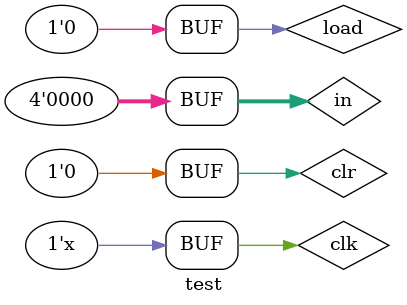
<source format=v>
`timescale 1ns / 1ps


module test;

	// Inputs
	reg clr;
	reg clk;
	reg load;
	reg [3:0] in;

	// Outputs
	wire [3:0] q;

	// Instantiate the Unit Under Test (UUT)
	Adder_time2 uut (
		.clr(clr), 
		.clk(clk), 
		.load(load), 
		.in(in), 
		.q(q)
	);

	initial begin
		// Initialize Inputs
		clr = 0;
		clk = 0;
		load = 0;
		in = 0;

		// Wait 100 ns for global reset to finish
		#100;
        
		// Add stimulus here

	end
   always #20 clk <= ~clk;
endmodule


</source>
